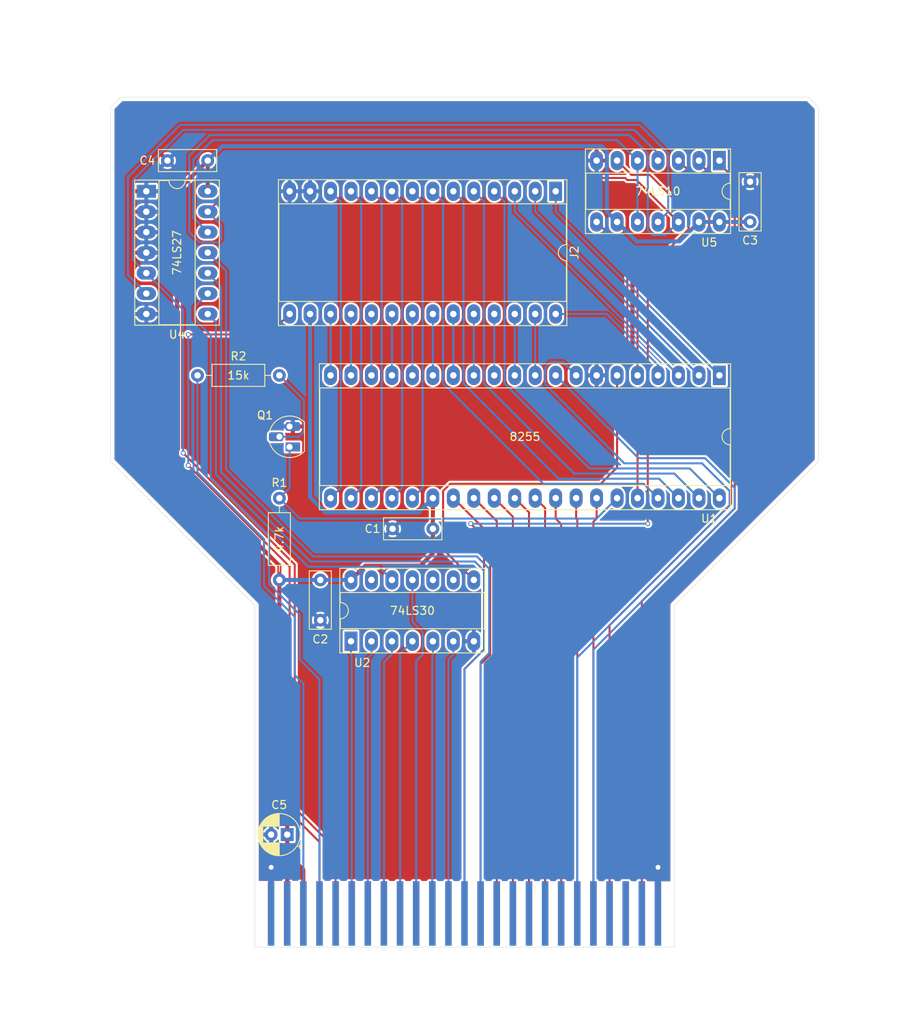
<source format=kicad_pcb>
(kicad_pcb (version 20240108) (generator "pcbnew") (generator_version "8.0")
  (layers (0 "F.Cu" signal) (31 "B.Cu" signal) (36 "B.SilkS" user "B.Silkscreen") (37 "F.SilkS" user "F.Silkscreen") (38 "B.Mask" user) (39 "F.Mask" user) (44 "Edge.Cuts" user))
  (net 0 "")
  (net 2 "/~{ras}")
  (net 3 "GND")
  (net 4 "/a9")
  (net 5 "/a13")
  (net 6 "/d3")
  (net 7 "/a1")
  (net 8 "/a12")
  (net 10 "/d2")
  (net 12 "/a15")
  (net 14 "/d0")
  (net 15 "/a10")
  (net 16 "/ba")
  (net 17 "/aec")
  (net 18 "/a0")
  (net 19 "/~{irq}")
  (net 21 "/a14")
  (net 22 "/d4")
  (net 24 "/a7")
  (net 25 "/a11")
  (net 26 "+5V")
  (net 27 "/d5")
  (net 28 "/d7")
  (net 29 "/phi2")
  (net 32 "/a3")
  (net 33 "/r_~{w}")
  (net 34 "/a6")
  (net 35 "/a5")
  (net 36 "/a4")
  (net 40 "/~{reset}")
  (net 41 "/d6")
  (net 42 "/a8")
  (net 43 "/d1")
  (net 45 "/a2")
  (net 47 "/pb5")
  (net 48 "/pc2")
  (net 49 "/pa3")
  (net 50 "/pc1")
  (net 51 "/pc6")
  (net 52 "/pb4")
  (net 53 "/pc5")
  (net 54 "/pa0")
  (net 55 "/pb1")
  (net 56 "/pb0")
  (net 57 "/pb2")
  (net 58 "/pa7")
  (net 59 "/pa6")
  (net 60 "/pc0")
  (net 61 "/pc3")
  (net 62 "/pb3")
  (net 63 "/pc4")
  (net 64 "/pa1")
  (net 65 "/pc7")
  (net 66 "/pa5")
  (net 67 "/pa2")
  (net 68 "/pa4")
  (net 69 "Net-(Q1-C)")
  (net 70 "Net-(Q1-B)")
  (net 71 "/pb6")
  (net 72 "/pb7")
  (net 73 "/~{cs8255}")
  (net 74 "Net-(U2-Pad12)")
  (net 75 "Net-(U4-Pad12)")
  (net 76 "/~{wr8255}")
  (net 77 "/~{rd8255}")
  (net 78 "Net-(U4-Pad6)")
  (net 79 "Net-(U4-Pad13)")
  (footprint "Package_TO_SOT_THT:TO-92_HandSolder" (layer "F.Cu") (at 124.841 80.899 90)
    (property "Reference" "Q1" (at 3.937 -3.048 0) (layer "F.SilkS"))
    (property "Value" "NPN")
    (pad "1" thru_hole rect (at 0 0 90) (size 1.1 1.8) (drill 0.75 (offset 0 0.4)) (layers "*.Cu" "*.Mask") (net 69 "Net-(Q1-C)"))
    (pad "2" thru_hole roundrect (at 1.27 -1.27 90) (size 1.1 1.8) (drill 0.75 (offset 0 -0.4)) (layers "*.Cu" "*.Mask") (net 70 "Net-(Q1-B)"))
    (pad "3" thru_hole roundrect (at 2.54 0 90) (size 1.1 1.8) (drill 0.75 (offset 0 0.4)) (layers "*.Cu" "*.Mask") (net 3 "GND"))
  )
  (footprint "TurboFloppy:C16_Cart_Conn" (layer "F.Cu") (at 146.548 138.828)
    (property "Reference" "J1" (hide yes))
    (property "Value" "C16-Exp-Port" (hide yes))
    (pad "1" smd rect (at -24 0) (size 0.8 8) (layers "F.Cu") (net 3 "GND"))
    (pad "2" smd rect (at -22 0) (size 0.8 8) (layers "F.Cu") (net 26 "+5V"))
    (pad "3" smd rect (at -20 0) (size 0.8 8) (layers "F.Cu") (net 26 "+5V"))
    (pad "4" smd rect (at -18 0) (size 0.8 8) (layers "F.Cu") (net 19 "/~{irq}"))
    (pad "5" smd rect (at -16 0) (size 0.8 8) (layers "F.Cu") (net 33 "/r_~{w}"))
    (pad "6" smd rect (at -14 0) (size 0.8 8) (layers "F.Cu"))
    (pad "7" smd rect (at -12 0) (size 0.8 8) (layers "F.Cu"))
    (pad "8" smd rect (at -10 0) (size 0.8 8) (layers "F.Cu"))
    (pad "9" smd rect (at -8 0) (size 0.8 8) (layers "F.Cu"))
    (pad "10" smd rect (at -6 0) (size 0.8 8) (layers "F.Cu"))
    (pad "11" smd rect (at -4 0) (size 0.8 8) (layers "F.Cu"))
    (pad "12" smd rect (at -2 0) (size 0.8 8) (layers "F.Cu"))
    (pad "13" smd rect (at 0 0) (size 0.8 8) (layers "F.Cu") (net 16 "/ba"))
    (pad "14" smd rect (at 2 0) (size 0.8 8) (layers "F.Cu") (net 28 "/d7"))
    (pad "15" smd rect (at 4 0) (size 0.8 8) (layers "F.Cu") (net 41 "/d6"))
    (pad "16" smd rect (at 6 0) (size 0.8 8) (layers "F.Cu") (net 27 "/d5"))
    (pad "17" smd rect (at 8 0) (size 0.8 8) (layers "F.Cu") (net 22 "/d4"))
    (pad "18" smd rect (at 10 0) (size 0.8 8) (layers "F.Cu") (net 6 "/d3"))
    (pad "19" smd rect (at 12 0) (size 0.8 8) (layers "F.Cu") (net 10 "/d2"))
    (pad "20" smd rect (at 14 0) (size 0.8 8) (layers "F.Cu") (net 43 "/d1"))
    (pad "21" smd rect (at 16 0) (size 0.8 8) (layers "F.Cu") (net 14 "/d0"))
    (pad "22" smd rect (at 18 0) (size 0.8 8) (layers "F.Cu") (net 17 "/aec"))
    (pad "23" smd rect (at 20 0) (size 0.8 8) (layers "F.Cu"))
    (pad "24" smd rect (at 22 0) (size 0.8 8) (layers "F.Cu") (net 29 "/phi2"))
    (pad "25" smd rect (at 24 0) (size 0.8 8) (layers "F.Cu") (net 3 "GND"))
    (pad "A" smd rect (at -24 0) (size 0.8 8) (layers "B.Cu") (net 3 "GND"))
    (pad "AA" smd rect (at 20 0) (size 0.8 8) (layers "B.Cu"))
    (pad "B" smd rect (at -22 0) (size 0.8 8) (layers "B.Cu"))
    (pad "BB" smd rect (at 22 0) (size 0.8 8) (layers "B.Cu"))
    (pad "C" smd rect (at -20 0) (size 0.8 8) (layers "B.Cu") (net 40 "/~{reset}"))
    (pad "CC" smd rect (at 24 0) (size 0.8 8) (layers "B.Cu") (net 3 "GND"))
    (pad "D" smd rect (at -18 0) (size 0.8 8) (layers "B.Cu") (net 2 "/~{ras}"))
    (pad "E" smd rect (at -16 0) (size 0.8 8) (layers "B.Cu"))
    (pad "F" smd rect (at -14 0) (size 0.8 8) (layers "B.Cu") (net 12 "/a15"))
    (pad "H" smd rect (at -12 0) (size 0.8 8) (layers "B.Cu") (net 21 "/a14"))
    (pad "J" smd rect (at -10 0) (size 0.8 8) (layers "B.Cu") (net 5 "/a13"))
    (pad "K" smd rect (at -8 0) (size 0.8 8) (layers "B.Cu") (net 8 "/a12"))
    (pad "L" smd rect (at -6 0) (size 0.8 8) (layers "B.Cu") (net 25 "/a11"))
    (pad "M" smd rect (at -4 0) (size 0.8 8) (layers "B.Cu") (net 15 "/a10"))
    (pad "N" smd rect (at -2 0) (size 0.8 8) (layers "B.Cu") (net 4 "/a9"))
    (pad "P" smd rect (at 0 0) (size 0.8 8) (layers "B.Cu") (net 42 "/a8"))
    (pad "R" smd rect (at 2 0) (size 0.8 8) (layers "B.Cu") (net 24 "/a7"))
    (pad "S" smd rect (at 4 0) (size 0.8 8) (layers "B.Cu") (net 34 "/a6"))
    (pad "T" smd rect (at 6 0) (size 0.8 8) (layers "B.Cu") (net 35 "/a5"))
    (pad "U" smd rect (at 8 0) (size 0.8 8) (layers "B.Cu") (net 36 "/a4"))
    (pad "V" smd rect (at 10 0) (size 0.8 8) (layers "B.Cu") (net 32 "/a3"))
    (pad "W" smd rect (at 12 0) (size 0.8 8) (layers "B.Cu") (net 45 "/a2"))
    (pad "X" smd rect (at 14 0) (size 0.8 8) (layers "B.Cu") (net 7 "/a1"))
    (pad "Y" smd rect (at 16 0) (size 0.8 8) (layers "B.Cu") (net 18 "/a0"))
    (pad "Z" smd rect (at 18 0) (size 0.8 8) (layers "B.Cu"))
  )
  (footprint "Package_DIP:DIP-14_W7.62mm_Socket_LongPads" (layer "F.Cu") (at 132.461 105.029 90)
    (property "Reference" "U2" (at -2.667 1.397 180) (layer "F.SilkS"))
    (property "Value" "74LS30" (at 3.8 7.619999 180) (layer "F.SilkS"))
    (pad "1" thru_hole rect (at 0 0 90) (size 2.4 1.6) (drill 0.8) (layers "*.Cu" "*.Mask") (net 12 "/a15"))
    (pad "2" thru_hole oval (at 0 2.54 90) (size 2.4 1.6) (drill 0.8) (layers "*.Cu" "*.Mask") (net 21 "/a14"))
    (pad "3" thru_hole oval (at 0 5.08 90) (size 2.4 1.6) (drill 0.8) (layers "*.Cu" "*.Mask") (net 5 "/a13"))
    (pad "4" thru_hole oval (at 0 7.62 90) (size 2.4 1.6) (drill 0.8) (layers "*.Cu" "*.Mask") (net 8 "/a12"))
    (pad "5" thru_hole oval (at 0 10.16 90) (size 2.4 1.6) (drill 0.8) (layers "*.Cu" "*.Mask") (net 15 "/a10"))
    (pad "6" thru_hole oval (at 0 12.7 90) (size 2.4 1.6) (drill 0.8) (layers "*.Cu" "*.Mask") (net 4 "/a9"))
    (pad "7" thru_hole oval (at 0 15.24 90) (size 2.4 1.6) (drill 0.8) (layers "*.Cu" "*.Mask") (net 3 "GND"))
    (pad "8" thru_hole oval (at 7.62 15.24 90) (size 2.4 1.6) (drill 0.8) (layers "*.Cu" "*.Mask") (net 73 "/~{cs8255}"))
    (pad "9" thru_hole oval (at 7.62 12.7 90) (size 2.4 1.6) (drill 0.8) (layers "*.Cu" "*.Mask"))
    (pad "10" thru_hole oval (at 7.62 10.16 90) (size 2.4 1.6) (drill 0.8) (layers "*.Cu" "*.Mask"))
    (pad "11" thru_hole oval (at 7.62 7.62 90) (size 2.4 1.6) (drill 0.8) (layers "*.Cu" "*.Mask") (net 25 "/a11"))
    (pad "12" thru_hole oval (at 7.62 5.08 90) (size 2.4 1.6) (drill 0.8) (layers "*.Cu" "*.Mask") (net 74 "Net-(U2-Pad12)"))
    (pad "13" thru_hole oval (at 7.62 2.54 90) (size 2.4 1.6) (drill 0.8) (layers "*.Cu" "*.Mask"))
    (pad "14" thru_hole oval (at 7.62 0 90) (size 2.4 1.6) (drill 0.8) (layers "*.Cu" "*.Mask") (net 26 "+5V"))
  )
  (footprint "Capacitor_THT:C_Disc_D7.0mm_W2.5mm_P5.00mm" (layer "F.Cu") (at 181.991 52.959 90)
    (property "Reference" "C3" (at -2.286 0 180) (layer "F.SilkS"))
    (property "Value" "100n")
    (pad "1" thru_hole circle (at 0 0 90) (size 1.6 1.6) (drill 0.8) (layers "*.Cu" "*.Mask") (net 26 "+5V"))
    (pad "2" thru_hole circle (at 5 0 90) (size 1.6 1.6) (drill 0.8) (layers "*.Cu" "*.Mask") (net 3 "GND"))
  )
  (footprint "Package_DIP:DIP-28_W15.24mm_Socket_LongPads" (layer "F.Cu") (at 157.861 49.149 -90)
    (property "Reference" "J2" (at 7.62 -2.33 90) (layer "F.SilkS"))
    (property "Value" "SOCKET_28PIN")
    (pad "1" thru_hole rect (at 0 0 270) (size 2.4 1.6) (drill 0.8) (layers "*.Cu" "*.Mask") (net 49 "/pa3"))
    (pad "2" thru_hole oval (at 0 2.54 270) (size 2.4 1.6) (drill 0.8) (layers "*.Cu" "*.Mask") (net 67 "/pa2"))
    (pad "3" thru_hole oval (at 0 5.08 270) (size 2.4 1.6) (drill 0.8) (layers "*.Cu" "*.Mask") (net 64 "/pa1"))
    (pad "4" thru_hole oval (at 0 7.62 270) (size 2.4 1.6) (drill 0.8) (layers "*.Cu" "*.Mask") (net 68 "/pa4"))
    (pad "5" thru_hole oval (at 0 10.16 270) (size 2.4 1.6) (drill 0.8) (layers "*.Cu" "*.Mask") (net 66 "/pa5"))
    (pad "6" thru_hole oval (at 0 12.7 270) (size 2.4 1.6) (drill 0.8) (layers "*.Cu" "*.Mask") (net 59 "/pa6"))
    (pad "7" thru_hole oval (at 0 15.24 270) (size 2.4 1.6) (drill 0.8) (layers "*.Cu" "*.Mask") (net 58 "/pa7"))
    (pad "8" thru_hole oval (at 0 17.78 270) (size 2.4 1.6) (drill 0.8) (layers "*.Cu" "*.Mask") (net 72 "/pb7"))
    (pad "9" thru_hole oval (at 0 20.32 270) (size 2.4 1.6) (drill 0.8) (layers "*.Cu" "*.Mask") (net 71 "/pb6"))
    (pad "10" thru_hole oval (at 0 22.86 270) (size 2.4 1.6) (drill 0.8) (layers "*.Cu" "*.Mask") (net 47 "/pb5"))
    (pad "11" thru_hole oval (at 0 25.4 270) (size 2.4 1.6) (drill 0.8) (layers "*.Cu" "*.Mask") (net 52 "/pb4"))
    (pad "12" thru_hole oval (at 0 27.94 270) (size 2.4 1.6) (drill 0.8) (layers "*.Cu" "*.Mask") (net 62 "/pb3"))
    (pad "13" thru_hole oval (at 0 30.48 270) (size 2.4 1.6) (drill 0.8) (layers "*.Cu" "*.Mask") (net 3 "GND"))
    (pad "14" thru_hole oval (at 0 33.02 270) (size 2.4 1.6) (drill 0.8) (layers "*.Cu" "*.Mask") (net 3 "GND"))
    (pad "15" thru_hole oval (at 15.24 33.02 270) (size 2.4 1.6) (drill 0.8) (layers "*.Cu" "*.Mask") (net 19 "/~{irq}"))
    (pad "16" thru_hole oval (at 15.24 30.48 270) (size 2.4 1.6) (drill 0.8) (layers "*.Cu" "*.Mask") (net 26 "+5V"))
    (pad "17" thru_hole oval (at 15.24 27.94 270) (size 2.4 1.6) (drill 0.8) (layers "*.Cu" "*.Mask") (net 57 "/pb2"))
    (pad "18" thru_hole oval (at 15.24 25.4 270) (size 2.4 1.6) (drill 0.8) (layers "*.Cu" "*.Mask") (net 55 "/pb1"))
    (pad "19" thru_hole oval (at 15.24 22.86 270) (size 2.4 1.6) (drill 0.8) (layers "*.Cu" "*.Mask") (net 56 "/pb0"))
    (pad "20" thru_hole oval (at 15.24 20.32 270) (size 2.4 1.6) (drill 0.8) (layers "*.Cu" "*.Mask") (net 61 "/pc3"))
    (pad "21" thru_hole oval (at 15.24 17.78 270) (size 2.4 1.6) (drill 0.8) (layers "*.Cu" "*.Mask") (net 48 "/pc2"))
    (pad "22" thru_hole oval (at 15.24 15.24 270) (size 2.4 1.6) (drill 0.8) (layers "*.Cu" "*.Mask") (net 50 "/pc1"))
    (pad "23" thru_hole oval (at 15.24 12.7 270) (size 2.4 1.6) (drill 0.8) (layers "*.Cu" "*.Mask") (net 60 "/pc0"))
    (pad "24" thru_hole oval (at 15.24 10.16 270) (size 2.4 1.6) (drill 0.8) (layers "*.Cu" "*.Mask") (net 63 "/pc4"))
    (pad "25" thru_hole oval (at 15.24 7.62 270) (size 2.4 1.6) (drill 0.8) (layers "*.Cu" "*.Mask") (net 53 "/pc5"))
    (pad "26" thru_hole oval (at 15.24 5.08 270) (size 2.4 1.6) (drill 0.8) (layers "*.Cu" "*.Mask") (net 51 "/pc6"))
    (pad "27" thru_hole oval (at 15.24 2.54 270) (size 2.4 1.6) (drill 0.8) (layers "*.Cu" "*.Mask") (net 65 "/pc7"))
    (pad "28" thru_hole oval (at 15.24 0 270) (size 2.4 1.6) (drill 0.8) (layers "*.Cu" "*.Mask") (net 54 "/pa0"))
  )
  (footprint "Capacitor_THT:C_Disc_D7.0mm_W2.5mm_P5.00mm" (layer "F.Cu") (at 128.651 97.409 -90)
    (property "Reference" "C2" (at 7.366 0 180) (layer "F.SilkS"))
    (property "Value" "100n")
    (pad "1" thru_hole circle (at 0 0 270) (size 1.6 1.6) (drill 0.8) (layers "*.Cu" "*.Mask") (net 26 "+5V"))
    (pad "2" thru_hole circle (at 5 0 270) (size 1.6 1.6) (drill 0.8) (layers "*.Cu" "*.Mask") (net 3 "GND"))
  )
  (footprint "Package_DIP:DIP-14_W7.62mm_Socket_LongPads" (layer "F.Cu") (at 107.061 49.149)
    (property "Reference" "U4" (at 3.81 17.78 0) (layer "F.SilkS"))
    (property "Value" "74LS27" (at 3.81 7.620001 90) (layer "F.SilkS"))
    (pad "1" thru_hole rect (at 0 0) (size 2.4 1.6) (drill 0.8) (layers "*.Cu" "*.Mask") (net 3 "GND"))
    (pad "2" thru_hole oval (at 0 2.54) (size 2.4 1.6) (drill 0.8) (layers "*.Cu" "*.Mask") (net 3 "GND"))
    (pad "3" thru_hole oval (at 0 5.08) (size 2.4 1.6) (drill 0.8) (layers "*.Cu" "*.Mask") (net 3 "GND"))
    (pad "4" thru_hole oval (at 0 7.62) (size 2.4 1.6) (drill 0.8) (layers "*.Cu" "*.Mask") (net 3 "GND"))
    (pad "5" thru_hole oval (at 0 10.16) (size 2.4 1.6) (drill 0.8) (layers "*.Cu" "*.Mask") (net 33 "/r_~{w}"))
    (pad "6" thru_hole oval (at 0 12.7) (size 2.4 1.6) (drill 0.8) (layers "*.Cu" "*.Mask") (net 78 "Net-(U4-Pad6)"))
    (pad "7" thru_hole oval (at 0 15.24) (size 2.4 1.6) (drill 0.8) (layers "*.Cu" "*.Mask") (net 3 "GND"))
    (pad "8" thru_hole oval (at 7.62 15.24) (size 2.4 1.6) (drill 0.8) (layers "*.Cu" "*.Mask") (net 74 "Net-(U2-Pad12)"))
    (pad "9" thru_hole oval (at 7.62 12.7) (size 2.4 1.6) (drill 0.8) (layers "*.Cu" "*.Mask") (net 2 "/~{ras}"))
    (pad "10" thru_hole oval (at 7.62 10.16) (size 2.4 1.6) (drill 0.8) (layers "*.Cu" "*.Mask") (net 42 "/a8"))
    (pad "11" thru_hole oval (at 7.62 7.62) (size 2.4 1.6) (drill 0.8) (layers "*.Cu" "*.Mask") (net 24 "/a7"))
    (pad "12" thru_hole oval (at 7.62 5.08) (size 2.4 1.6) (drill 0.8) (layers "*.Cu" "*.Mask") (net 75 "Net-(U4-Pad12)"))
    (pad "13" thru_hole oval (at 7.62 2.54) (size 2.4 1.6) (drill 0.8) (layers "*.Cu" "*.Mask") (net 79 "Net-(U4-Pad13)"))
    (pad "14" thru_hole oval (at 7.62 0) (size 2.4 1.6) (drill 0.8) (layers "*.Cu" "*.Mask") (net 26 "+5V"))
  )
  (footprint "Package_DIP:DIP-40_W15.24mm_Socket_LongPads" (layer "F.Cu") (at 178.181 72.009 -90)
    (property "Reference" "U1" (at 17.78 1.27 180) (layer "F.SilkS"))
    (property "Value" "8255" (at 7.62 24.13 180) (layer "F.SilkS"))
    (pad "1" thru_hole rect (at 0 0 270) (size 2.4 1.6) (drill 0.8) (layers "*.Cu" "*.Mask") (net 49 "/pa3"))
    (pad "2" thru_hole oval (at 0 2.54 270) (size 2.4 1.6) (drill 0.8) (layers "*.Cu" "*.Mask") (net 67 "/pa2"))
    (pad "3" thru_hole oval (at 0 5.08 270) (size 2.4 1.6) (drill 0.8) (layers "*.Cu" "*.Mask") (net 64 "/pa1"))
    (pad "4" thru_hole oval (at 0 7.62 270) (size 2.4 1.6) (drill 0.8) (layers "*.Cu" "*.Mask") (net 54 "/pa0"))
    (pad "5" thru_hole oval (at 0 10.16 270) (size 2.4 1.6) (drill 0.8) (layers "*.Cu" "*.Mask") (net 77 "/~{rd8255}"))
    (pad "6" thru_hole oval (at 0 12.7 270) (size 2.4 1.6) (drill 0.8) (layers "*.Cu" "*.Mask") (net 73 "/~{cs8255}"))
    (pad "7" thru_hole oval (at 0 15.24 270) (size 2.4 1.6) (drill 0.8) (layers "*.Cu" "*.Mask") (net 3 "GND"))
    (pad "8" thru_hole oval (at 0 17.78 270) (size 2.4 1.6) (drill 0.8) (layers "*.Cu" "*.Mask") (net 7 "/a1"))
    (pad "9" thru_hole oval (at 0 20.32 270) (size 2.4 1.6) (drill 0.8) (layers "*.Cu" "*.Mask") (net 18 "/a0"))
    (pad "10" thru_hole oval (at 0 22.86 270) (size 2.4 1.6) (drill 0.8) (layers "*.Cu" "*.Mask") (net 65 "/pc7"))
    (pad "11" thru_hole oval (at 0 25.4 270) (size 2.4 1.6) (drill 0.8) (layers "*.Cu" "*.Mask") (net 51 "/pc6"))
    (pad "12" thru_hole oval (at 0 27.94 270) (size 2.4 1.6) (drill 0.8) (layers "*.Cu" "*.Mask") (net 53 "/pc5"))
    (pad "13" thru_hole oval (at 0 30.48 270) (size 2.4 1.6) (drill 0.8) (layers "*.Cu" "*.Mask") (net 63 "/pc4"))
    (pad "14" thru_hole oval (at 0 33.02 270) (size 2.4 1.6) (drill 0.8) (layers "*.Cu" "*.Mask") (net 60 "/pc0"))
    (pad "15" thru_hole oval (at 0 35.56 270) (size 2.4 1.6) (drill 0.8) (layers "*.Cu" "*.Mask") (net 50 "/pc1"))
    (pad "16" thru_hole oval (at 0 38.1 270) (size 2.4 1.6) (drill 0.8) (layers "*.Cu" "*.Mask") (net 48 "/pc2"))
    (pad "17" thru_hole oval (at 0 40.64 270) (size 2.4 1.6) (drill 0.8) (layers "*.Cu" "*.Mask") (net 61 "/pc3"))
    (pad "18" thru_hole oval (at 0 43.18 270) (size 2.4 1.6) (drill 0.8) (layers "*.Cu" "*.Mask") (net 56 "/pb0"))
    (pad "19" thru_hole oval (at 0 45.72 270) (size 2.4 1.6) (drill 0.8) (layers "*.Cu" "*.Mask") (net 55 "/pb1"))
    (pad "20" thru_hole oval (at 0 48.26 270) (size 2.4 1.6) (drill 0.8) (layers "*.Cu" "*.Mask") (net 57 "/pb2"))
    (pad "21" thru_hole oval (at 15.24 48.26 270) (size 2.4 1.6) (drill 0.8) (layers "*.Cu" "*.Mask") (net 62 "/pb3"))
    (pad "22" thru_hole oval (at 15.24 45.72 270) (size 2.4 1.6) (drill 0.8) (layers "*.Cu" "*.Mask") (net 52 "/pb4"))
    (pad "23" thru_hole oval (at 15.24 43.18 270) (size 2.4 1.6) (drill 0.8) (layers "*.Cu" "*.Mask") (net 47 "/pb5"))
    (pad "24" thru_hole oval (at 15.24 40.64 270) (size 2.4 1.6) (drill 0.8) (layers "*.Cu" "*.Mask") (net 71 "/pb6"))
    (pad "25" thru_hole oval (at 15.24 38.1 270) (size 2.4 1.6) (drill 0.8) (layers "*.Cu" "*.Mask") (net 72 "/pb7"))
    (pad "26" thru_hole oval (at 15.24 35.56 270) (size 2.4 1.6) (drill 0.8) (layers "*.Cu" "*.Mask") (net 26 "+5V"))
    (pad "27" thru_hole oval (at 15.24 33.02 270) (size 2.4 1.6) (drill 0.8) (layers "*.Cu" "*.Mask") (net 28 "/d7"))
    (pad "28" thru_hole oval (at 15.24 30.48 270) (size 2.4 1.6) (drill 0.8) (layers "*.Cu" "*.Mask") (net 41 "/d6"))
    (pad "29" thru_hole oval (at 15.24 27.94 270) (size 2.4 1.6) (drill 0.8) (layers "*.Cu" "*.Mask") (net 27 "/d5"))
    (pad "30" thru_hole oval (at 15.24 25.4 270) (size 2.4 1.6) (drill 0.8) (layers "*.Cu" "*.Mask") (net 22 "/d4"))
    (pad "31" thru_hole oval (at 15.24 22.86 270) (size 2.4 1.6) (drill 0.8) (layers "*.Cu" "*.Mask") (net 6 "/d3"))
    (pad "32" thru_hole oval (at 15.24 20.32 270) (size 2.4 1.6) (drill 0.8) (layers "*.Cu" "*.Mask") (net 10 "/d2"))
    (pad "33" thru_hole oval (at 15.24 17.78 270) (size 2.4 1.6) (drill 0.8) (layers "*.Cu" "*.Mask") (net 43 "/d1"))
    (pad "34" thru_hole oval (at 15.24 15.24 270) (size 2.4 1.6) (drill 0.8) (layers "*.Cu" "*.Mask") (net 14 "/d0"))
    (pad "35" thru_hole oval (at 15.24 12.7 270) (size 2.4 1.6) (drill 0.8) (layers "*.Cu" "*.Mask") (net 69 "Net-(Q1-C)"))
    (pad "36" thru_hole oval (at 15.24 10.16 270) (size 2.4 1.6) (drill 0.8) (layers "*.Cu" "*.Mask") (net 76 "/~{wr8255}"))
    (pad "37" thru_hole oval (at 15.24 7.62 270) (size 2.4 1.6) (drill 0.8) (layers "*.Cu" "*.Mask") (net 58 "/pa7"))
    (pad "38" thru_hole oval (at 15.24 5.08 270) (size 2.4 1.6) (drill 0.8) (layers "*.Cu" "*.Mask") (net 59 "/pa6"))
    (pad "39" thru_hole oval (at 15.24 2.54 270) (size 2.4 1.6) (drill 0.8) (layers "*.Cu" "*.Mask") (net 66 "/pa5"))
    (pad "40" thru_hole oval (at 15.24 0 270) (size 2.4 1.6) (drill 0.8) (layers "*.Cu" "*.Mask") (net 68 "/pa4"))
  )
  (footprint "Package_DIP:DIP-14_W7.62mm_Socket_LongPads" (layer "F.Cu") (at 178.181 45.339 -90)
    (property "Reference" "U5" (at 10.16 1.27 180) (layer "F.SilkS"))
    (property "Value" "74LS10" (at 3.81 7.62 180) (layer "F.SilkS"))
    (pad "1" thru_hole rect (at 0 0 270) (size 2.4 1.6) (drill 0.8) (layers "*.Cu" "*.Mask") (net 29 "/phi2"))
    (pad "2" thru_hole oval (at 0 2.54 270) (size 2.4 1.6) (drill 0.8) (layers "*.Cu" "*.Mask") (net 17 "/aec"))
    (pad "3" thru_hole oval (at 0 5.08 270) (size 2.4 1.6) (drill 0.8) (layers "*.Cu" "*.Mask") (net 16 "/ba"))
    (pad "4" thru_hole oval (at 0 7.62 270) (size 2.4 1.6) (drill 0.8) (layers "*.Cu" "*.Mask") (net 33 "/r_~{w}"))
    (pad "5" thru_hole oval (at 0 10.16 270) (size 2.4 1.6) (drill 0.8) (layers "*.Cu" "*.Mask") (net 75 "Net-(U4-Pad12)"))
    (pad "6" thru_hole oval (at 0 12.7 270) (size 2.4 1.6) (drill 0.8) (layers "*.Cu" "*.Mask") (net 77 "/~{rd8255}"))
    (pad "7" thru_hole oval (at 0 15.24 270) (size 2.4 1.6) (drill 0.8) (layers "*.Cu" "*.Mask") (net 3 "GND"))
    (pad "8" thru_hole oval (at 7.62 15.24 270) (size 2.4 1.6) (drill 0.8) (layers "*.Cu" "*.Mask") (net 76 "/~{wr8255}"))
    (pad "9" thru_hole oval (at 7.62 12.7 270) (size 2.4 1.6) (drill 0.8) (layers "*.Cu" "*.Mask") (net 26 "+5V"))
    (pad "10" thru_hole oval (at 7.62 10.16 270) (size 2.4 1.6) (drill 0.8) (layers "*.Cu" "*.Mask") (net 75 "Net-(U4-Pad12)"))
    (pad "11" thru_hole oval (at 7.62 7.62 270) (size 2.4 1.6) (drill 0.8) (layers "*.Cu" "*.Mask") (net 78 "Net-(U4-Pad6)"))
    (pad "12" thru_hole oval (at 7.62 5.08 270) (size 2.4 1.6) (drill 0.8) (layers "*.Cu" "*.Mask") (net 79 "Net-(U4-Pad13)"))
    (pad "13" thru_hole oval (at 7.62 2.54 270) (size 2.4 1.6) (drill 0.8) (layers "*.Cu" "*.Mask") (net 26 "+5V"))
    (pad "14" thru_hole oval (at 7.62 0 270) (size 2.4 1.6) (drill 0.8) (layers "*.Cu" "*.Mask") (net 26 "+5V"))
  )
  (footprint "Capacitor_THT:CP_Radial_D5.0mm_P2.00mm" (layer "F.Cu") (at 124.548 129.032 180)
    (property "Reference" "C5" (at 1 3.683 360) (layer "F.SilkS"))
    (property "Value" "47n")
    (pad "1" thru_hole rect (at 0 0 180) (size 1.6 1.6) (drill 0.8) (layers "*.Cu" "*.Mask") (net 26 "+5V"))
    (pad "2" thru_hole circle (at 2 0 225) (size 1.6 1.6) (drill 0.8) (layers "*.Cu" "*.Mask") (net 3 "GND"))
  )
  (footprint "Resistor_THT:R_Axial_DIN0207_L6.3mm_D2.5mm_P10.16mm_Horizontal" (layer "F.Cu") (at 113.411 72.009)
    (property "Reference" "R2" (at 5.08 -2.37 0) (layer "F.SilkS"))
    (property "Value" "15k" (at 5.08 0 0) (layer "F.SilkS"))
    (pad "1" thru_hole circle (at 0 0) (size 1.6 1.6) (drill 0.8) (layers "*.Cu" "*.Mask") (net 40 "/~{reset}"))
    (pad "2" thru_hole oval (at 10.16 0) (size 1.6 1.6) (drill 0.8) (layers "*.Cu" "*.Mask") (net 70 "Net-(Q1-B)"))
  )
  (footprint "Resistor_THT:R_Axial_DIN0207_L6.3mm_D2.5mm_P10.16mm_Horizontal" (layer "F.Cu") (at 123.571 87.249 -90)
    (property "Reference" "R1" (at -1.905 0 180) (layer "F.SilkS"))
    (property "Value" "4.7k" (at 5.08 0 90) (layer "F.SilkS"))
    (pad "1" thru_hole circle (at 0 0 270) (size 1.6 1.6) (drill 0.8) (layers "*.Cu" "*.Mask") (net 69 "Net-(Q1-C)"))
    (pad "2" thru_hole oval (at 10.16 0 270) (size 1.6 1.6) (drill 0.8) (layers "*.Cu" "*.Mask") (net 26 "+5V"))
  )
  (footprint "Capacitor_THT:C_Disc_D7.0mm_W2.5mm_P5.00mm" (layer "F.Cu") (at 142.621 91.059 180)
    (property "Reference" "C1" (at 7.493 0 360) (layer "F.SilkS"))
    (property "Value" "100n")
    (pad "1" thru_hole circle (at 0 0 180) (size 1.6 1.6) (drill 0.8) (layers "*.Cu" "*.Mask") (net 26 "+5V"))
    (pad "2" thru_hole circle (at 5 0 180) (size 1.6 1.6) (drill 0.8) (layers "*.Cu" "*.Mask") (net 3 "GND"))
  )
  (footprint "Capacitor_THT:C_Disc_D7.0mm_W2.5mm_P5.00mm" (layer "F.Cu") (at 114.681 45.339 180)
    (property "Reference" "C4" (at 7.493 0 360) (layer "F.SilkS"))
    (property "Value" "100n")
    (pad "1" thru_hole circle (at 0 0 180) (size 1.6 1.6) (drill 0.8) (layers "*.Cu" "*.Mask") (net 26 "+5V"))
    (pad "2" thru_hole circle (at 5 0 180) (size 1.6 1.6) (drill 0.8) (layers "*.Cu" "*.Mask") (net 3 "GND"))
  )
  (gr_line (start 120.523 143.002) (end 172.593 143.002) (stroke (width 0.05)) (layer "Edge.Cuts"))
  (gr_line (start 102.616 82.677) (end 102.616 38.735) (stroke (width 0.05)) (layer "Edge.Cuts"))
  (gr_line (start 103.886 37.465) (end 102.616 38.735) (stroke (width 0.05)) (layer "Edge.Cuts"))
  (gr_line (start 189.23 37.465) (end 190.5 38.735) (stroke (width 0.05)) (layer "Edge.Cuts"))
  (gr_line (start 190.5 38.735) (end 190.5 82.677) (stroke (width 0.05)) (layer "Edge.Cuts"))
  (gr_line (start 172.593 100.584) (end 190.5 82.677) (stroke (width 0.05)) (layer "Edge.Cuts"))
  (gr_line (start 172.593 143.002) (end 172.593 100.584) (stroke (width 0.05)) (layer "Edge.Cuts"))
  (gr_line (start 120.523 143.002) (end 120.523 100.584) (stroke (width 0.05)) (layer "Edge.Cuts"))
  (gr_line (start 120.523 100.584) (end 102.616 82.677) (stroke (width 0.05)) (layer "Edge.Cuts"))
  (gr_line (start 103.886 37.465) (end 189.23 37.465) (stroke (width 0.05)) (layer "Edge.Cuts"))
  (segment (start 115.062 84.709) (end 122.301 91.948) (width 0.25) (layer "B.Cu") (net 2))
  (segment (start 126.111 107.315) (end 128.548 109.752) (width 0.25) (layer "B.Cu") (net 2))
  (segment (start 126.111 101.727) (end 126.111 107.315) (width 0.25) (layer "B.Cu") (net 2))
  (segment (start 113.03 63.5) (end 113.03 65.003495) (width 0.25) (layer "B.Cu") (net 2))
  (segment (start 115.062 67.035495) (end 115.062 84.709) (width 0.25) (layer "B.Cu") (net 2))
  (segment (start 122.301 91.948) (end 122.301 97.917) (width 0.25) (layer "B.Cu") (net 2))
  (segment (start 113.03 65.003495) (end 115.062 67.035495) (width 0.25) (layer "B.Cu") (net 2))
  (segment (start 128.548 109.752) (end 128.548 138.828) (width 0.25) (layer "B.Cu") (net 2))
  (segment (start 114.681 61.849) (end 113.03 63.5) (width 0.25) (layer "B.Cu") (net 2))
  (segment (start 122.301 97.917) (end 126.111 101.727) (width 0.25) (layer "B.Cu") (net 2))
  (segment (start 170.548 138.828) (end 170.548 133.109) (width 0.5) (layer "F.Cu") (net 3))
  (segment (start 122.548 138.828) (end 122.548 133.103) (width 0.5) (layer "F.Cu") (net 3))
  (segment (start 122.548 133.103) (end 122.555 133.096) (width 0.5) (layer "F.Cu") (net 3))
  (segment (start 170.548 133.109) (end 170.561 133.096) (width 0.5) (layer "F.Cu") (net 3))
  (via (at 170.561 133.096) (size 0.8) (drill 0.6) (layers "F.Cu" "B.Cu") (net 3))
  (via (at 122.555 133.096) (size 0.8) (drill 0.6) (layers "F.Cu" "B.Cu") (net 3))
  (segment (start 170.548 138.828) (end 170.548 133.109) (width 0.5) (layer "B.Cu") (net 3))
  (segment (start 170.548 133.109) (end 170.561 133.096) (width 0.5) (layer "B.Cu") (net 3))
  (segment (start 122.548 138.828) (end 122.548 133.103) (width 0.5) (layer "B.Cu") (net 3))
  (segment (start 122.548 133.103) (end 122.555 133.096) (width 0.5) (layer "B.Cu") (net 3))
  (segment (start 144.548 107.293) (end 145.161 106.68) (width 0.25) (layer "B.Cu") (net 4))
  (segment (start 144.548 138.828) (end 144.548 107.293) (width 0.25) (layer "B.Cu") (net 4))
  (segment (start 145.161 106.68) (end 145.161 105.029) (width 0.25) (layer "B.Cu") (net 4))
  (segment (start 136.548 107.621) (end 136.548 138.828) (width 0.25) (layer "B.Cu") (net 5))
  (segment (start 137.541 106.628) (end 136.548 107.621) (width 0.25) (layer "B.Cu") (net 5))
  (segment (start 137.541 105.029) (end 137.541 106.628) (width 0.25) (layer "B.Cu") (net 5))
  (segment (start 156.548 138.828) (end 156.548 88.476) (width 0.25) (layer "F.Cu") (net 6))
  (segment (start 156.548 88.476) (end 155.321 87.249) (width 0.25) (layer "F.Cu") (net 6))
  (segment (start 156.591 70.993) (end 156.591 73.152) (width 0.25) (layer "B.Cu") (net 7))
  (segment (start 157.226 70.358) (end 156.591 70.993) (width 0.25) (layer "B.Cu") (net 7))
  (segment (start 156.591 73.152) (end 166.37 82.931) (width 0.25) (layer "B.Cu") (net 7))
  (segment (start 179.451 86.36) (end 179.451 88.138) (width 0.25) (layer "B.Cu") (net 7))
  (segment (start 179.451 88.138) (end 160.548 107.041) (width 0.25) (layer "B.Cu") (net 7))
  (segment (start 160.401 72.009) (end 158.75 70.358) (width 0.25) (layer "B.Cu") (net 7))
  (segment (start 166.37 82.931) (end 176.022 82.931) (width 0.25) (layer "B.Cu") (net 7))
  (segment (start 160.548 107.041) (end 160.548 138.828) (width 0.25) (layer "B.Cu") (net 7))
  (segment (start 158.75 70.358) (end 157.226 70.358) (width 0.25) (layer "B.Cu") (net 7))
  (segment (start 176.022 82.931) (end 179.451 86.36) (width 0.25) (layer "B.Cu") (net 7))
  (segment (start 138.548 138.828) (end 138.548 109.719) (width 0.25) (layer "B.Cu") (net 8))
  (segment (start 138.548 106.562) (end 140.081 105.029) (width 0.25) (layer "B.Cu") (net 8))
  (segment (start 138.548 109.719) (end 138.548 106.562) (width 0.25) (layer "B.Cu") (net 8))
  (segment (start 158.548 90.476) (end 157.861 89.789) (width 0.25) (layer "F.Cu") (net 10))
  (segment (start 158.548 138.828) (end 158.548 90.476) (width 0.25) (layer "F.Cu") (net 10))
  (segment (start 157.861 87.249) (end 157.861 89.789) (width 0.25) (layer "F.Cu") (net 10))
  (segment (start 132.461 105.029) (end 132.461 106.68) (width 0.25) (layer "B.Cu") (net 12))
  (segment (start 132.461 106.68) (end 132.548 106.767) (width 0.25) (layer "B.Cu") (net 12))
  (segment (start 132.548 106.767) (end 132.548 138.828) (width 0.25) (layer "B.Cu") (net 12))
  (segment (start 162.941 87.249) (end 162.941 89.789) (width 0.25) (layer "F.Cu") (net 14))
  (segment (start 162.548 138.828) (end 162.548 90.182) (width 0.25) (layer "F.Cu") (net 14))
  (segment (start 162.548 90.182) (end 162.941 89.789) (width 0.25) (layer "F.Cu") (net 14))
  (segment (start 142.621 106.68) (end 142.548 106.753) (width 0.25) (layer "B.Cu") (net 15))
  (segment (start 142.548 106.753) (end 142.548 138.828) (width 0.25) (layer "B.Cu") (net 15))
  (segment (start 142.621 105.029) (end 142.621 106.68) (width 0.25) (layer "B.Cu") (net 15))
  (segment (start 148.971 92.075002) (end 147.32 90.424002) (width 0.25) (layer "F.Cu") (net 16))
  (segment (start 146.548 138.828) (end 146.558 138.818) (width 0.25) (layer "F.Cu") (net 16))
  (segment (start 176.911 53.975) (end 169.290994 61.595006) (width 0.25) (layer "F.Cu") (net 16))
  (segment (start 146.548 108.468) (end 148.971 106.045) (width 0.25) (layer "F.Cu") (net 16))
  (segment (start 146.548 138.828) (end 146.548 108.468) (width 0.25) (layer "F.Cu") (net 16))
  (segment (start 176.911 49.149) (end 176.911 53.975) (width 0.25) (layer "F.Cu") (net 16))
  (segment (start 169.290994 61.595006) (end 169.290994 90.424) (width 0.25) (layer "F.Cu") (net 16))
  (segment (start 148.971 106.045) (end 148.971 92.075002) (width 0.25) (layer "F.Cu") (net 16))
  (segment (start 173.101 45.339) (end 176.911 49.149) (width 0.25) (layer "F.Cu") (net 16))
  (via (at 147.32 90.424002) (size 0.6) (drill 0.4) (layers "F.Cu" "B.Cu") (net 16))
  (via (at 169.290994 90.424) (size 0.6) (drill 0.4) (layers "F.Cu" "B.Cu") (net 16))
  (segment (start 147.320002 90.424) (end 169.290994 90.424) (width 0.25) (layer "B.Cu") (net 16))
  (segment (start 169.290992 90.424002) (end 169.290994 90.424) (width 0.25) (layer "B.Cu") (net 16))
  (segment (start 147.32 90.424002) (end 147.320002 90.424) (width 0.25) (layer "B.Cu") (net 16))
  (segment (start 179.451 49.403) (end 175.641 45.593) (width 0.25) (layer "F.Cu") (net 17))
  (segment (start 164.548 138.828) (end 164.548 103.041) (width 0.25) (layer "F.Cu") (net 17))
  (segment (start 179.451 78.105) (end 179.451 49.403) (width 0.25) (layer "F.Cu") (net 17))
  (segment (start 179.636 78.29) (end 179.451 78.105) (width 0.25) (layer "F.Cu") (net 17))
  (segment (start 179.636 87.953) (end 179.636 78.29) (width 0.25) (layer "F.Cu") (net 17))
  (segment (start 164.548 103.041) (end 179.636 87.953) (width 0.25) (layer "F.Cu") (net 17))
  (segment (start 180.086 85.979) (end 180.086 88.519) (width 0.25) (layer "B.Cu") (net 18))
  (segment (start 162.548 106.057) (end 162.548 138.828) (width 0.25) (layer "B.Cu") (net 18))
  (segment (start 168.148 82.296) (end 176.403 82.296) (width 0.25) (layer "B.Cu") (net 18))
  (segment (start 176.403 82.296) (end 180.086 85.979) (width 0.25) (layer "B.Cu") (net 18))
  (segment (start 180.086 88.519) (end 162.548 106.057) (width 0.25) (layer "B.Cu") (net 18))
  (segment (start 157.861 72.009) (end 168.148 82.296) (width 0.25) (layer "B.Cu") (net 18))
  (segment (start 122.301 66.929) (end 112.268 66.929) (width 0.25) (layer "F.Cu") (net 19))
  (segment (start 128.548 129.945) (end 124.841 126.238) (width 0.25) (layer "F.Cu") (net 19))
  (segment (start 124.841 126.238) (end 124.841 96.52) (width 0.25) (layer "F.Cu") (net 19))
  (segment (start 124.841 95.758) (end 124.841 96.52) (width 0.25) (layer "F.Cu") (net 19))
  (segment (start 124.841 64.389) (end 122.301 66.929) (width 0.25) (layer "F.Cu") (net 19))
  (segment (start 128.548 138.828) (end 128.548 129.945) (width 0.25) (layer "F.Cu") (net 19))
  (segment (start 112.268 83.185) (end 124.841 95.758) (width 0.25) (layer "F.Cu") (net 19))
  (via (at 112.268 66.929) (size 0.6) (drill 0.4) (layers "F.Cu" "B.Cu") (net 19))
  (via (at 112.268 83.185) (size 0.6) (drill 0.4) (layers "F.Cu" "B.Cu") (net 19))
  (segment (start 112.268 66.929) (end 112.268 81.28) (width 0.25) (layer "B.Cu") (net 19))
  (segment (start 112.268 81.28) (end 112.268 83.185) (width 0.25) (layer "B.Cu") (net 19))
  (segment (start 135.001 105.029) (end 135.001 106.68) (width 0.25) (layer "B.Cu") (net 21))
  (segment (start 135.001 106.68) (end 134.548 107.133) (width 0.25) (layer "B.Cu") (net 21))
  (segment (start 134.548 107.133) (end 134.548 138.828) (width 0.25) (layer "B.Cu") (net 21))
  (segment (start 154.548 89.016) (end 152.781 87.249) (width 0.25) (layer "F.Cu") (net 22))
  (segment (start 154.548 138.828) (end 154.548 89.016) (width 0.25) (layer "F.Cu") (net 22))
  (segment (start 149.606 96.012) (end 149.606 106.4895) (width 0.25) (layer "B.Cu") (net 24))
  (segment (start 114.681 56.769) (end 116.967 59.055) (width 0.25) (layer "B.Cu") (net 24))
  (segment (start 127.762 94.488) (end 148.082 94.488) (width 0.25) (layer "B.Cu") (net 24))
  (segment (start 116.967 83.693) (end 127.762 94.488) (width 0.25) (layer "B.Cu") (net 24))
  (segment (start 148.548 107.5475) (end 148.548 138.828) (width 0.25) (layer "B.Cu") (net 24))
  (segment (start 149.606 106.4895) (end 148.548 107.5475) (width 0.25) (layer "B.Cu") (net 24))
  (segment (start 148.082 94.488) (end 149.606 96.012) (width 0.25) (layer "B.Cu") (net 24))
  (segment (start 116.967 59.055) (end 116.967 83.693) (width 0.25) (layer "B.Cu") (net 24))
  (segment (start 141.351 103.886) (end 140.081 102.616) (width 0.25) (layer "B.Cu") (net 25))
  (segment (start 141.351 106.68) (end 141.351 103.886) (width 0.25) (layer "B.Cu") (net 25))
  (segment (start 140.548 138.828) (end 140.548 107.483) (width 0.25) (layer "B.Cu") (net 25))
  (segment (start 140.081 102.616) (end 140.081 97.409) (width 0.25) (layer "B.Cu") (net 25))
  (segment (start 140.548 107.483) (end 141.351 106.68) (width 0.25) (layer "B.Cu") (net 25))
  (segment (start 114.681 45.339) (end 110.871 49.149) (width 0.5) (layer "F.Cu") (net 26))
  (segment (start 110.871 49.149) (end 110.871 82.931) (width 0.5) (layer "F.Cu") (net 26))
  (segment (start 124.548 131.445) (end 124.548 129.032) (width 0.5) (layer "F.Cu") (net 26))
  (segment (start 123.571 95.631) (end 123.571 97.409) (width 0.5) (layer "F.Cu") (net 26))
  (segment (start 124.548 127.381) (end 124.548 129.032) (width 0.5) (layer "F.Cu") (net 26))
  (segment (start 110.871 82.931) (end 123.571 95.631) (width 0.5) (layer "F.Cu") (net 26))
  (segment (start 124.548 131.445) (end 126.548 133.445) (width 0.5) (layer "F.Cu") (net 26))
  (segment (start 134.239 95.631) (end 141.097 95.631) (width 0.5) (layer "F.Cu") (net 26))
  (segment (start 123.571 97.409) (end 123.571 126.404) (width 0.5) (layer "F.Cu") (net 26))
  (segment (start 141.097 95.631) (end 142.621 94.107) (width 0.5) (layer "F.Cu") (net 26))
  (segment (start 142.621 91.059) (end 142.621 87.249) (width 0.5) (layer "F.Cu") (net 26))
  (segment (start 124.548 138.828) (end 124.548 131.445) (width 0.5) (layer "F.Cu") (net 26))
  (segment (start 114.681 45.339) (end 114.681 49.149) (width 0.5) (layer "F.Cu") (net 26))
  (segment (start 132.461 97.409) (end 134.239 95.631) (width 0.5) (layer "F.Cu") (net 26))
  (segment (start 123.571 126.404) (end 124.548 127.381) (width 0.5) (layer "F.Cu") (net 26))
  (segment (start 126.548 133.445) (end 126.548 138.828) (width 0.5) (layer "F.Cu") (net 26))
  (segment (start 142.621 94.107) (end 142.621 91.059) (width 0.5) (layer "F.Cu") (net 26))
  (segment (start 175.641 52.959) (end 178.181 52.959) (width 0.5) (layer "B.Cu") (net 26))
  (segment (start 167.894 55.372) (end 173.228 55.372) (width 0.5) (layer "B.Cu") (net 26))
  (segment (start 173.228 55.372) (end 175.641 52.959) (width 0.5) (layer "B.Cu") (net 26))
  (segment (start 140.843 89.027) (end 142.621 87.249) (width 0.5) (layer "B.Cu") (net 26))
  (segment (start 127.381 64.389) (end 127.381 87.122) (width 0.5) (layer "B.Cu") (net 26))
  (segment (start 127.381 87.122) (end 129.286 89.027) (width 0.5) (layer "B.Cu") (net 26))
  (segment (start 123.571 97.409) (end 128.651 97.409) (width 0.5) (layer "B.Cu") (net 26))
  (segment (start 129.286 89.027) (end 140.843 89.027) (width 0.5) (layer "B.Cu") (net 26))
  (segment (start 164.211 44.196) (end 164.211 51.689) (width 0.5) (layer "B.Cu") (net 26))
  (segment (start 164.211 51.689) (end 165.481 52.959) (width 0.5) (layer "B.Cu") (net 26))
  (segment (start 116.459 43.561) (end 163.576 43.561) (width 0.5) (layer "B.Cu") (net 26))
  (segment (start 178.181 52.959) (end 181.991 52.959) (width 0.5) (layer "B.Cu") (net 26))
  (segment (start 163.576 43.561) (end 164.211 44.196) (width 0.5) (layer "B.Cu") (net 26))
  (segment (start 128.651 97.409) (end 132.461 97.409) (width 0.5) (layer "B.Cu") (net 26))
  (segment (start 114.681 45.339) (end 116.459 43.561) (width 0.5) (layer "B.Cu") (net 26))
  (segment (start 165.481 52.959) (end 167.894 55.372) (width 0.5) (layer "B.Cu") (net 26))
  (segment (start 152.548 89.556) (end 150.241 87.249) (width 0.25) (layer "F.Cu") (net 27))
  (segment (start 152.548 89.556) (end 152.548 138.828) (width 0.25) (layer "F.Cu") (net 27))
  (segment (start 149.733 106.68) (end 149.733 91.821) (width 0.25) (layer "F.Cu") (net 28))
  (segment (start 148.548 138.828) (end 148.59 138.786) (width 0.25) (layer "F.Cu") (net 28))
  (segment (start 148.548 138.828) (end 148.548 107.865) (width 0.25) (layer "F.Cu") (net 28))
  (segment (start 148.548 107.865) (end 149.733 106.68) (width 0.25) (layer "F.Cu") (net 28))
  (segment (start 149.733 91.821) (end 145.161 87.249) (width 0.25) (layer "F.Cu") (net 28))
  (segment (start 168.548 138.828) (end 168.548 100.057) (width 0.25) (layer "F.Cu") (net 29))
  (segment (start 168.548 100.057) (end 180.086 88.519) (width 0.25) (layer "F.Cu") (net 29))
  (segment (start 180.086 88.519) (end 180.086 47.625) (width 0.25) (layer "F.Cu") (net 29))
  (segment (start 180.086 47.625) (end 178.181 45.72) (width 0.25) (layer "F.Cu") (net 29))
  (segment (start 125.476 125.73) (end 130.548 130.802) (width 0.25) (layer "F.Cu") (net 33))
  (segment (start 125.476 95.504) (end 125.476 125.73) (width 0.25) (layer "F.Cu") (net 33))
  (segment (start 111.633 81.661) (end 125.476 95.504) (width 0.25) (layer "F.Cu") (net 33))
  (segment (start 130.548 130.802) (end 130.548 138.828) (width 0.25) (layer "F.Cu") (net 33))
  (via (at 111.633 81.661) (size 0.6) (drill 0.4) (layers "F.Cu" "B.Cu") (net 33))
  (segment (start 111.633 63.881) (end 107.061 59.309) (width 0.25) (layer "B.Cu") (net 33))
  (segment (start 170.561 44.45) (end 167.64 41.529) (width 0.25) (layer "B.Cu") (net 33))
  (segment (start 111.633 41.529) (end 105.41 47.752) (width 0.25) (layer "B.Cu") (net 33))
  (segment (start 111.633 81.661) (end 111.633 63.881) (width 0.25) (layer "B.Cu") (net 33))
  (segment (start 167.64 41.529) (end 111.633 41.529) (width 0.25) (layer "B.Cu") (net 33))
  (segment (start 105.41 47.752) (end 105.41 57.658) (width 0.25) (layer "B.Cu") (net 33))
  (segment (start 170.561 45.339) (end 170.561 44.45) (width 0.25) (layer "B.Cu") (net 33))
  (segment (start 105.41 57.658) (end 107.061 59.309) (width 0.25) (layer "B.Cu") (net 33))
  (segment (start 126.548 110.292) (end 126.548 138.828) (width 0.25) (layer "B.Cu") (net 40))
  (segment (start 121.666 98.171) (end 125.476 101.981) (width 0.25) (layer "B.Cu") (net 40))
  (segment (start 125.476 101.981) (end 125.476 109.22) (width 0.25) (layer "B.Cu") (net 40))
  (segment (start 125.476 109.22) (end 126.548 110.292) (width 0.25) (layer "B.Cu") (net 40))
  (segment (start 121.666 92.329) (end 121.666 98.171) (width 0.25) (layer "B.Cu") (net 40))
  (segment (start 113.411 84.074) (end 121.666 92.329) (width 0.25) (layer "B.Cu") (net 40))
  (segment (start 113.411 72.009) (end 113.411 84.074) (width 0.25) (layer "B.Cu") (net 40))
  (segment (start 150.548 90.096) (end 147.701 87.249) (width 0.25) (layer "F.Cu") (net 41))
  (segment (start 150.548 138.828) (end 150.548 90.096) (width 0.25) (layer "F.Cu") (net 41))
  (segment (start 116.332 84.0105) (end 127.4445 95.123) (width 0.25) (layer "B.Cu") (net 42))
  (segment (start 146.548 108.468) (end 146.548 138.828) (width 0.25) (layer "B.Cu") (net 42))
  (segment (start 148.971 106.045) (end 146.548 108.468) (width 0.25) (layer "B.Cu") (net 42))
  (segment (start 127.4445 95.123) (end 147.828 95.123) (width 0.25) (layer "B.Cu") (net 42))
  (segment (start 147.828 95.123) (end 148.971 96.266) (width 0.25) (layer "B.Cu") (net 42))
  (segment (start 116.332 60.96) (end 116.332 84.0105) (width 0.25) (layer "B.Cu") (net 42))
  (segment (start 148.971 96.266) (end 148.971 106.045) (width 0.25) (layer "B.Cu") (net 42))
  (segment (start 114.681 59.309) (end 116.332 60.96) (width 0.25) (layer "B.Cu") (net 42))
  (segment (start 160.401 89.789) (end 160.548 89.936) (width 0.25) (layer "F.Cu") (net 43))
  (segment (start 160.548 89.936) (end 160.548 138.828) (width 0.25) (layer "F.Cu") (net 43))
  (segment (start 160.401 87.249) (end 160.401 89.789) (width 0.25) (layer "F.Cu") (net 43))
  (segment (start 136.271 85.979) (end 136.271 50.419) (width 0.25) (layer "B.Cu") (net 47))
  (segment (start 136.271 50.419) (end 135.001 49.149) (width 0.25) (layer "B.Cu") (net 47))
  (segment (start 135.001 87.249) (end 136.271 85.979) (width 0.25) (layer "B.Cu") (net 47))
  (segment (start 140.081 72.009) (end 140.081 64.389) (width 0.25) (layer "B.Cu") (net 48))
  (segment (start 178.181 72.009) (end 157.861 51.689) (width 0.25) (layer "B.Cu") (net 49))
  (segment (start 157.861 51.689) (end 157.861 49.149) (width 0.25) (layer "B.Cu") (net 49))
  (segment (start 142.621 72.009) (end 142.621 64.389) (width 0.25) (layer "B.Cu") (net 50))
  (segment (start 152.781 64.389) (end 152.781 72.009) (width 0.25) (layer "B.Cu") (net 51))
  (segment (start 132.461 87.249) (end 133.731 85.979) (width 0.25) (layer "B.Cu") (net 52))
  (segment (start 133.731 85.979) (end 133.731 50.419) (width 0.25) (layer "B.Cu") (net 52))
  (segment (start 133.731 50.419) (end 132.461 49.149) (width 0.25) (layer "B.Cu") (net 52))
  (segment (start 150.241 64.389) (end 150.241 72.009) (width 0.25) (layer "B.Cu") (net 53))
  (segment (start 170.561 70.739) (end 164.211 64.389) (width 0.25) (layer "B.Cu") (net 54))
  (segment (start 164.211 64.389) (end 157.861 64.389) (width 0.25) (layer "B.Cu") (net 54))
  (segment (start 170.561 72.009) (end 170.561 70.739) (width 0.25) (layer "B.Cu") (net 54))
  (segment (start 132.461 72.009) (end 132.461 64.389) (width 0.25) (layer "B.Cu") (net 55))
  (segment (start 135.001 72.009) (end 135.001 64.389) (width 0.25) (layer "B.Cu") (net 56))
  (segment (start 129.921 72.009) (end 129.921 64.389) (width 0.25) (layer "B.Cu") (net 57))
  (segment (start 143.891 50.419) (end 143.891 73.025) (width 0.25) (layer "B.Cu") (net 58))
  (segment (start 143.891 73.025) (end 156.337 85.471) (width 0.25) (layer "B.Cu") (net 58))
  (segment (start 142.621 49.149) (end 143.891 50.419) (width 0.25) (layer "B.Cu") (net 58))
  (segment (start 156.337 85.471) (end 168.783 85.471) (width 0.25) (layer "B.Cu") (net 58))
  (segment (start 168.783 85.471) (end 170.561 87.249) (width 0.25) (layer "B.Cu") (net 58))
  (segment (start 146.431 73.025) (end 146.431 50.419) (width 0.25) (layer "B.Cu") (net 59))
  (segment (start 158.242 84.836) (end 146.431 73.025) (width 0.25) (layer "B.Cu") (net 59))
  (segment (start 146.431 50.419) (end 145.161 49.149) (width 0.25) (layer "B.Cu") (net 59))
  (segment (start 173.101 87.249) (end 170.688 84.836) (width 0.25) (layer "B.Cu") (net 59))
  (segment (start 170.688 84.836) (end 158.242 84.836) (width 0.25) (layer "B.Cu") (net 59))
  (segment (start 145.161 72.009) (end 145.161 64.389) (width 0.25) (layer "B.Cu") (net 60))
  (segment (start 137.541 72.009) (end 137.541 64.389) (width 0.25) (layer "B.Cu") (net 61))
  (segment (start 131.191 85.979) (end 131.191 50.419) (width 0.25) (layer "B.Cu") (net 62))
  (segment (start 131.191 50.419) (end 129.921 49.149) (width 0.25) (layer "B.Cu") (net 62))
  (segment (start 129.921 87.249) (end 131.191 85.979) (width 0.25) (layer "B.Cu") (net 62))
  (segment (start 147.701 64.389) (end 147.701 72.009) (width 0.25) (layer "B.Cu") (net 63))
  (segment (start 152.781 51.689) (end 152.781 49.149) (width 0.25) (layer "B.Cu") (net 64))
  (segment (start 173.101 72.009) (end 152.781 51.689) (width 0.25) (layer "B.Cu") (net 64))
  (segment (start 155.321 64.389) (end 155.321 72.009) (width 0.25) (layer "B.Cu") (net 65))
  (segment (start 148.971 73.025) (end 160.147 84.201) (width 0.25) (layer "B.Cu") (net 66))
  (segment (start 147.701 49.149) (end 148.971 50.419) (width 0.25) (layer "B.Cu") (net 66))
  (segment (start 160.147 84.201) (end 172.593 84.201) (width 0.25) (layer "B.Cu") (net 66))
  (segment (start 148.971 50.419) (end 148.971 73.025) (width 0.25) (layer "B.Cu") (net 66))
  (segment (start 172.593 84.201) (end 175.641 87.249) (width 0.25) (layer "B.Cu") (net 66))
  (segment (start 155.321 51.689) (end 155.321 49.149) (width 0.25) (layer "B.Cu") (net 67))
  (segment (start 175.641 72.009) (end 155.321 51.689) (width 0.25) (layer "B.Cu") (net 67))
  (segment (start 174.498 83.566) (end 178.181 87.249) (width 0.25) (layer "B.Cu") (net 68))
  (segment (start 162.052 83.566) (end 174.498 83.566) (width 0.25) (layer "B.Cu") (net 68))
  (segment (start 151.511 73.025) (end 162.052 83.566) (width 0.25) (layer "B.Cu") (net 68))
  (segment (start 150.241 49.149) (end 151.511 50.419) (width 0.25) (layer "B.Cu") (net 68))
  (segment (start 151.511 50.419) (end 151.511 73.025) (width 0.25) (layer "B.Cu") (net 68))
  (segment (start 124.841 80.899) (end 124.841 85.979) (width 0.25) (layer "B.Cu") (net 69))
  (segment (start 162.941 89.789) (end 165.481 87.249) (width 0.25) (layer "B.Cu") (net 69))
  (segment (start 124.841 85.979) (end 123.571 87.249) (width 0.25) (layer "B.Cu") (net 69))
  (segment (start 123.571 87.249) (end 126.111 89.789) (width 0.25) (layer "B.Cu") (net 69))
  (segment (start 126.111 89.789) (end 162.941 89.789) (width 0.25) (layer "B.Cu") (net 69))
  (segment (start 123.571 72.009) (end 126.619 75.057) (width 0.25) (layer "B.Cu") (net 70))
  (segment (start 125.984 79.629) (end 123.571 79.629) (width 0.25) (layer "B.Cu") (net 70))
  (segment (start 126.619 78.994) (end 125.984 79.629) (width 0.25) (layer "B.Cu") (net 70))
  (segment (start 126.619 75.057) (end 126.619 78.994) (width 0.25) (layer "B.Cu") (net 70))
  (segment (start 138.811 50.419) (end 137.541 49.149) (width 0.25) (layer "B.Cu") (net 71))
  (segment (start 138.811 85.979) (end 138.811 50.419) (width 0.25) (layer "B.Cu") (net 71))
  (segment (start 137.541 87.249) (end 138.811 85.979) (width 0.25) (layer "B.Cu") (net 71))
  (segment (start 140.081 87.249) (end 141.351 85.979) (width 0.25) (layer "B.Cu") (net 72))
  (segment (start 141.351 85.979) (end 141.351 50.419) (width 0.25) (layer "B.Cu") (net 72))
  (segment (start 141.351 50.419) (end 140.081 49.149) (width 0.25) (layer "B.Cu") (net 72))
  (segment (start 144.78 85.471) (end 143.891 86.36) (width 0.25) (layer "F.Cu") (net 73))
  (segment (start 163.449 85.471) (end 144.78 85.471) (width 0.25) (layer "F.Cu") (net 73))
  (segment (start 165.481 72.009) (end 165.481 83.439) (width 0.25) (layer "F.Cu") (net 73))
  (segment (start 143.891 93.599) (end 147.701 97.409) (width 0.25) (layer "F.Cu") (net 73))
  (segment (start 143.891 86.36) (end 143.891 89.916) (width 0.25) (layer "F.Cu") (net 73))
  (segment (start 143.891 89.916) (end 143.891 93.599) (width 0.25) (layer "F.Cu") (net 73))
  (segment (start 165.481 83.439) (end 163.449 85.471) (width 0.25) (layer "F.Cu") (net 73))
  (segment (start 137.541 97.409) (end 135.89 95.758) (width 0.25) (layer "B.Cu") (net 74))
  (segment (start 127.127 95.758) (end 115.697 84.328) (width 0.25) (layer "B.Cu") (net 74))
  (segment (start 115.697 84.328) (end 115.697 65.405) (width 0.25) (layer "B.Cu") (net 74))
  (segment (start 135.89 95.758) (end 127.127 95.758) (width 0.25) (layer "B.Cu") (net 74))
  (segment (start 115.697 65.405) (end 114.681 64.389) (width 0.25) (layer "B.Cu") (net 74))
  (segment (start 114.681 54.229) (end 112.903 52.451) (width 0.25) (layer "B.Cu") (net 75))
  (segment (start 112.903 45.212) (end 115.316 42.799) (width 0.25) (layer "B.Cu") (net 75))
  (segment (start 165.481 42.799) (end 168.021 45.339) (width 0.25) (layer "B.Cu") (net 75))
  (segment (start 112.903 52.451) (end 112.903 45.212) (width 0.25) (layer "B.Cu") (net 75))
  (segment (start 168.021 45.339) (end 168.021 52.959) (width 0.25) (layer "B.Cu") (net 75))
  (segment (start 115.316 42.799) (end 165.481 42.799) (width 0.25) (layer "B.Cu") (net 75))
  (segment (start 166.751 56.769) (end 166.751 72.898) (width 0.25) (layer "F.Cu") (net 76))
  (segment (start 166.751 72.898) (end 168.021 74.168) (width 0.25) (layer "F.Cu") (net 76))
  (segment (start 162.941 52.959) (end 166.751 56.769) (width 0.25) (layer "F.Cu") (net 76))
  (segment (start 168.021 74.168) (end 168.021 87.249) (width 0.25) (layer "F.Cu") (net 76))
  (segment (start 168.021 60.198) (end 174.371 53.848) (width 0.25) (layer "F.Cu") (net 77))
  (segment (start 168.021 72.009) (end 168.021 60.198) (width 0.25) (layer "F.Cu") (net 77))
  (segment (start 167.259 47.117) (end 169.545 47.117) (width 0.25) (layer "F.Cu") (net 77))
  (segment (start 174.371 51.943) (end 174.371 53.848) (width 0.25) (layer "F.Cu") (net 77))
  (segment (start 165.481 45.339) (end 167.259 47.117) (width 0.25) (layer "F.Cu") (net 77))
  (segment (start 169.545 47.117) (end 174.371 51.943) (width 0.25) (layer "F.Cu") (net 77))
  (segment (start 168.275 40.894) (end 171.831 44.45) (width 0.25) (layer "B.Cu") (net 78))
  (segment (start 104.775 47.371) (end 111.252 40.894) (width 0.25) (layer "B.Cu") (net 78))
  (segment (start 104.775 59.563) (end 104.775 47.371) (width 0.25) (layer "B.Cu") (net 78))
  (segment (start 171.831 51.689) (end 170.561 52.959) (width 0.25) (layer "B.Cu") (net 78))
  (segment (start 107.061 61.849) (end 104.775 59.563) (width 0.25) (layer "B.Cu") (net 78))
  (segment (start 111.252 40.894) (end 168.275 40.894) (width 0.25) (layer "B.Cu") (net 78))
  (segment (start 171.831 44.45) (end 171.831 51.689) (width 0.25) (layer "B.Cu") (net 78))
  (segment (start 166.497 47.498) (end 166.751 47.752) (width 0.25) (layer "F.Cu") (net 79))
  (segment (start 166.751 47.752) (end 167.894 47.752) (width 0.25) (layer "F.Cu") (net 79))
  (segment (start 118.872 47.498) (end 166.497 47.498) (width 0.25) (layer "F.Cu") (net 79))
  (segment (start 114.681 51.689) (end 118.872 47.498) (width 0.25) (layer "F.Cu") (net 79))
  (segment (start 167.894 47.752) (end 173.101 52.959) (width 0.25) (layer "F.Cu") (net 79))
  (segment (start 169.926 54.61) (end 171.45 54.61) (width 0.25) (layer "B.Cu") (net 79))
  (segment (start 113.665 55.499) (end 112.395 54.229) (width 0.25) (layer "B.Cu") (net 79))
  (segment (start 112.395 44.704) (end 114.935 42.164) (width 0.25) (layer "B.Cu") (net 79))
  (segment (start 167.005 42.164) (end 169.291 44.45) (width 0.25) (layer "B.Cu") (net 79))
  (segment (start 115.951 55.499) (end 113.665 55.499) (width 0.25) (layer "B.Cu") (net 79))
  (segment (start 169.291 44.45) (end 169.291 53.975) (width 0.25) (layer "B.Cu") (net 79))
  (segment (start 171.45 54.61) (end 173.101 52.959) (width 0.25) (layer "B.Cu") (net 79))
  (segment (start 116.332 53.34) (end 116.332 55.118) (width 0.25) (layer "B.Cu") (net 79))
  (segment (start 114.681 51.689) (end 116.332 53.34) (width 0.25) (layer "B.Cu") (net 79))
  (segment (start 112.395 54.229) (end 112.395 44.704) (width 0.25) (layer "B.Cu") (net 79))
  (segment (start 116.332 55.118) (end 115.951 55.499) (width 0.25) (layer "B.Cu") (net 79))
  (segment (start 169.291 53.975) (end 169.926 54.61) (width 0.25) (layer "B.Cu") (net 79))
  (segment (start 114.935 42.164) (end 167.005 42.164) (width 0.25) (layer "B.Cu") (net 79))
  (zone (net 26) (net_name "+5V") (layer "F.Cu") (priority 1) (connect_pads (clearance 0)) (min_thickness 0.127) (fill yes (thermal_gap 0.5) (thermal_bridge_width 0.5) (smoothing fillet))
    (polygon (pts (xy 124.333 131.318) (xy 124.841 131.318) (xy 126.746 133.223) (xy 126.746 134.62) (xy 124.333 134.62) (xy 124.333 133.731)))
  )
  (zone (net 3) (net_name "GND") (layers "F&B.Cu") (name "GND") (connect_pads (clearance 0.254)) (min_thickness 0.127) (fill yes (thermal_gap 0.254) (thermal_bridge_width 0.5))
    (polygon (pts (xy 88.9 25.4) (xy 203.2 25.4) (xy 203.2 152.4) (xy 88.9 152.4)))
  )
  (zone (net 0) (net_name "") (layers "F&B.Cu") (connect_pads (clearance 0)) (min_thickness 0.127)
    (keepout (tracks allowed) (vias allowed) (pads allowed) (copperpour not_allowed) (footprints allowed))
    (fill (thermal_gap 0.5) (thermal_bridge_width 0.5))
    (polygon (pts (xy 120.523 134.7724) (xy 120.523 143.256) (xy 172.593 143.256) (xy 172.593 134.8232)))
  )
)
</source>
